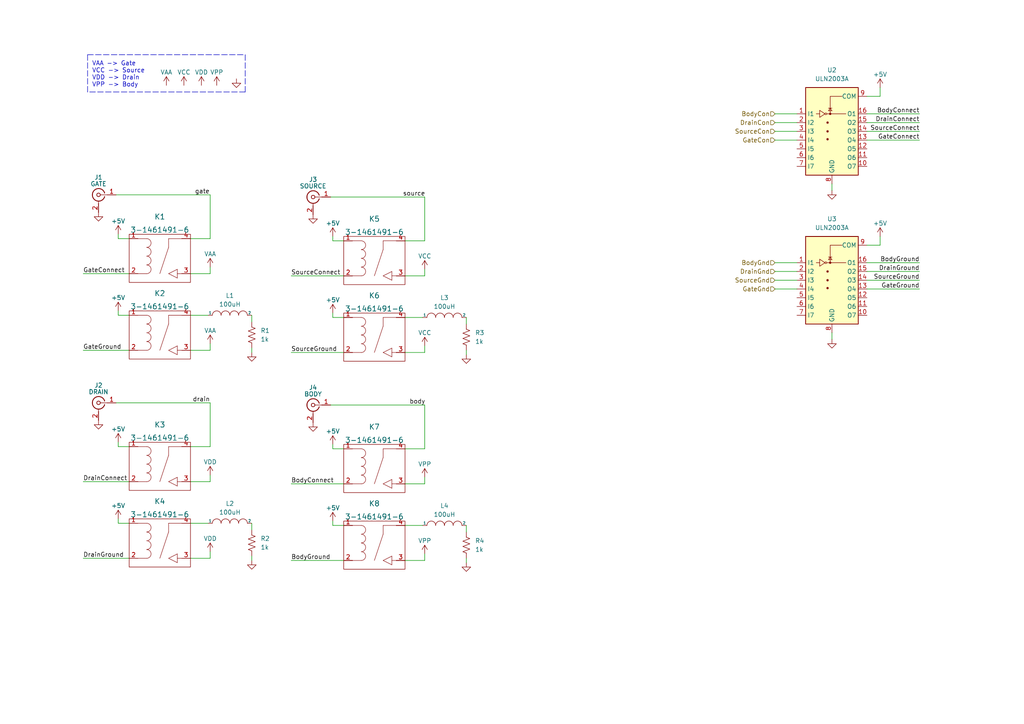
<source format=kicad_sch>
(kicad_sch (version 20211123) (generator eeschema)
  (paper "A4")
  (lib_symbols
    (symbol "Connector:Conn_Coaxial" (pin_names (offset 1.016) hide)
      (property "Reference" "J" (at 0.254 3.048 0))
      (property "Value" "Conn_Coaxial" (at 2.921 0 90))
      (symbol "Conn_Coaxial_0_1"
        (arc (start -1.778 -0.508) (mid 0.222 -1.808) (end 1.778 0) (stroke (width 0.254)))
        (polyline (pts (xy -2.54 0) (xy -0.508 0)))
        (polyline (pts (xy 0 -2.54) (xy 0 -1.778)))
        (circle (center 0 0) (radius 0.508) (stroke (width 0.2032)))
        (arc (start 1.778 0) (mid 0.222 1.8083) (end -1.778 0.508) (stroke (width 0.254)))
      )
      (symbol "Conn_Coaxial_1_1"
        (pin passive line (at -5.08 0 0) (length 2.54) (name "In") (number "1"))
        (pin passive line (at 0 -5.08 90) (length 2.54) (name "Ext") (number "2"))
      )
    )
    (symbol "Device:R_US" (pin_numbers hide) (pin_names (offset 0))
      (property "Reference" "R" (at 2.54 0 90))
      (property "Value" "R_US" (at -2.54 0 90))
      (symbol "R_US_0_1"
        (polyline (pts (xy 0 -2.286) (xy 0 -2.54)))
        (polyline (pts (xy 0 2.286) (xy 0 2.54)))
        (polyline (pts (xy 0 -0.762) (xy 1.016 -1.143) (xy 0 -1.524) (xy -1.016 -1.905) (xy 0 -2.286)))
        (polyline (pts (xy 0 0.762) (xy 1.016 0.381) (xy 0 0) (xy -1.016 -0.381) (xy 0 -0.762)))
        (polyline (pts (xy 0 2.286) (xy 1.016 1.905) (xy 0 1.524) (xy -1.016 1.143) (xy 0 0.762)))
      )
      (symbol "R_US_1_1"
        (pin passive line (at 0 3.81 270) (length 1.27) (name "~") (number "1"))
        (pin passive line (at 0 -3.81 90) (length 1.27) (name "~") (number "2"))
      )
    )
    (symbol "IFS_Wire:3-1461491-6" (pin_names (offset 0))
      (property "Reference" "K" (at 20.32 10.16 0))
      (property "Value" "3-1461491-6" (at 20.32 7.62 0))
      (symbol "3-1461491-6_0_0"
        (pin unspecified line (at 15.24 0 0) (length 2.54) (name "") (number "1"))
        (pin unspecified line (at 15.24 -10.16 0) (length 2.54) (name "") (number "2"))
        (pin unspecified line (at 33.02 -10.16 180) (length 2.54) (name "") (number "3"))
        (pin unspecified line (at 33.02 0 180) (length 2.54) (name "") (number "4"))
      )
      (symbol "3-1461491-6_1_1"
        (polyline (pts (xy 17.78 -10.16) (xy 20.32 -10.16)) (stroke (width 0.127)))
        (polyline (pts (xy 17.78 0) (xy 20.32 0)) (stroke (width 0.127)))
        (polyline (pts (xy 24.13 -10.16) (xy 26.67 -2.54)) (stroke (width 0.127)))
        (polyline (pts (xy 26.67 -10.16) (xy 29.21 -8.89)) (stroke (width 0.127)))
        (polyline (pts (xy 26.67 -2.54) (xy 26.67 0)) (stroke (width 0.127)))
        (polyline (pts (xy 26.67 0) (xy 30.48 0)) (stroke (width 0.127)))
        (polyline (pts (xy 29.21 -11.43) (xy 26.67 -10.16)) (stroke (width 0.127)))
        (polyline (pts (xy 29.21 -8.89) (xy 29.21 -11.43)) (stroke (width 0.127)))
        (polyline (pts (xy 30.48 -10.16) (xy 29.21 -10.16)) (stroke (width 0.127)))
        (rectangle (start 15.24 1.27) (end 33.02 -12.7))
        (arc (start 20.32 -10.16) (mid 21.59 -8.89) (end 20.32 -7.62) (stroke (width 0.127)))
        (arc (start 20.32 -7.62) (mid 21.59 -6.35) (end 20.32 -5.08) (stroke (width 0.127)))
        (arc (start 20.32 -5.08) (mid 21.59 -3.81) (end 20.32 -2.54) (stroke (width 0.127)))
        (arc (start 20.32 -2.54) (mid 21.59 -1.27) (end 20.32 0) (stroke (width 0.127)))
      )
    )
    (symbol "Transistor_Array:ULN2003A"
      (property "Reference" "U" (at 0 15.875 0))
      (property "Value" "ULN2003A" (at 0 13.97 0))
      (symbol "ULN2003A_0_1"
        (rectangle (start -7.62 -12.7) (end 7.62 12.7) (stroke (width 0.254)) (fill (type background)))
        (circle (center -1.778 5.08) (radius 0.254))
        (circle (center -1.27 -2.286) (radius 0.254) (fill (type outline)))
        (circle (center -1.27 0) (radius 0.254) (fill (type outline)))
        (circle (center -1.27 2.54) (radius 0.254) (fill (type outline)))
        (circle (center -0.508 5.08) (radius 0.254) (fill (type outline)))
        (polyline (pts (xy -4.572 5.08) (xy -3.556 5.08)))
        (polyline (pts (xy -1.524 5.08) (xy 4.064 5.08)))
        (polyline (pts (xy 0 6.731) (xy -1.016 6.731)))
        (polyline (pts (xy -0.508 5.08) (xy -0.508 10.16) (xy 2.921 10.16)))
        (polyline (pts (xy -3.556 6.096) (xy -3.556 4.064) (xy -2.032 5.08) (xy -3.556 6.096)))
        (polyline (pts (xy 0 5.969) (xy -1.016 5.969) (xy -0.508 6.731) (xy 0 5.969)))
      )
      (symbol "ULN2003A_1_1"
        (pin input line (at -10.16 5.08 0) (length 2.54) (name "I1") (number "1"))
        (pin open_collector line (at 10.16 -10.16 180) (length 2.54) (name "O7") (number "10"))
        (pin open_collector line (at 10.16 -7.62 180) (length 2.54) (name "O6") (number "11"))
        (pin open_collector line (at 10.16 -5.08 180) (length 2.54) (name "O5") (number "12"))
        (pin open_collector line (at 10.16 -2.54 180) (length 2.54) (name "O4") (number "13"))
        (pin open_collector line (at 10.16 0 180) (length 2.54) (name "O3") (number "14"))
        (pin open_collector line (at 10.16 2.54 180) (length 2.54) (name "O2") (number "15"))
        (pin open_collector line (at 10.16 5.08 180) (length 2.54) (name "O1") (number "16"))
        (pin input line (at -10.16 2.54 0) (length 2.54) (name "I2") (number "2"))
        (pin input line (at -10.16 0 0) (length 2.54) (name "I3") (number "3"))
        (pin input line (at -10.16 -2.54 0) (length 2.54) (name "I4") (number "4"))
        (pin input line (at -10.16 -5.08 0) (length 2.54) (name "I5") (number "5"))
        (pin input line (at -10.16 -7.62 0) (length 2.54) (name "I6") (number "6"))
        (pin input line (at -10.16 -10.16 0) (length 2.54) (name "I7") (number "7"))
        (pin power_in line (at 0 -15.24 90) (length 2.54) (name "GND") (number "8"))
        (pin passive line (at 10.16 10.16 180) (length 2.54) (name "COM") (number "9"))
      )
    )
    (symbol "power:+5V" (power) (pin_names (offset 0))
      (property "Value" "+5V" (at 0 3.556 0))
      (symbol "+5V_0_1"
        (polyline (pts (xy -0.762 1.27) (xy 0 2.54)))
        (polyline (pts (xy 0 0) (xy 0 2.54)))
        (polyline (pts (xy 0 2.54) (xy 0.762 1.27)))
      )
      (symbol "+5V_1_1"
        (pin power_in line (at 0 0 90) (length 0) hide (name "+5V") (number "1"))
      )
    )
    (symbol "power:GND" (power) (pin_names (offset 0))
      (property "Value" "GND" (at 0 -3.81 0))
      (symbol "GND_0_1"
        (polyline (pts (xy 0 0) (xy 0 -1.27) (xy 1.27 -1.27) (xy 0 -2.54) (xy -1.27 -1.27) (xy 0 -1.27)))
      )
      (symbol "GND_1_1"
        (pin power_in line (at 0 0 270) (length 0) hide (name "GND") (number "1"))
      )
    )
    (symbol "power:VAA" (power) (pin_names (offset 0))
      (property "Value" "VAA" (at 0 3.81 0))
      (symbol "VAA_0_1"
        (polyline (pts (xy -0.762 1.27) (xy 0 2.54)))
        (polyline (pts (xy 0 0) (xy 0 2.54)))
        (polyline (pts (xy 0 2.54) (xy 0.762 1.27)))
      )
      (symbol "VAA_1_1"
        (pin power_in line (at 0 0 90) (length 0) hide (name "VAA") (number "1"))
      )
    )
    (symbol "power:VCC" (power) (pin_names (offset 0))
      (property "Value" "VCC" (at 0 3.81 0))
      (symbol "VCC_0_1"
        (polyline (pts (xy -0.762 1.27) (xy 0 2.54)))
        (polyline (pts (xy 0 0) (xy 0 2.54)))
        (polyline (pts (xy 0 2.54) (xy 0.762 1.27)))
      )
      (symbol "VCC_1_1"
        (pin power_in line (at 0 0 90) (length 0) hide (name "VCC") (number "1"))
      )
    )
    (symbol "power:VDD" (power) (pin_names (offset 0))
      (property "Value" "VDD" (at 0 3.81 0))
      (symbol "VDD_0_1"
        (polyline (pts (xy -0.762 1.27) (xy 0 2.54)))
        (polyline (pts (xy 0 0) (xy 0 2.54)))
        (polyline (pts (xy 0 2.54) (xy 0.762 1.27)))
      )
      (symbol "VDD_1_1"
        (pin power_in line (at 0 0 90) (length 0) hide (name "VDD") (number "1"))
      )
    )
    (symbol "power:VPP" (power) (pin_names (offset 0))
      (property "Value" "VPP" (at 0 3.81 0))
      (symbol "VPP_0_1"
        (polyline (pts (xy -0.762 1.27) (xy 0 2.54)))
        (polyline (pts (xy 0 0) (xy 0 2.54)))
        (polyline (pts (xy 0 2.54) (xy 0.762 1.27)))
      )
      (symbol "VPP_1_1"
        (pin power_in line (at 0 0 90) (length 0) hide (name "VPP") (number "1"))
      )
    )
    (symbol "pspice:INDUCTOR" (pin_numbers hide) (pin_names (offset 0))
      (property "Reference" "L" (at 0 2.54 0))
      (property "Value" "INDUCTOR" (at 0 -1.27 0))
      (symbol "INDUCTOR_0_1"
        (arc (start -2.54 0) (mid -3.81 1.27) (end -5.08 0))
        (arc (start 0 0) (mid -1.27 1.27) (end -2.54 0))
        (arc (start 2.54 0) (mid 1.27 1.27) (end 0 0))
        (arc (start 5.08 0) (mid 3.81 1.27) (end 2.54 0))
      )
      (symbol "INDUCTOR_1_1"
        (pin input line (at -6.35 0 0) (length 1.27) (name "1") (number "1"))
        (pin input line (at 6.35 0 180) (length 1.27) (name "2") (number "2"))
      )
    )
  )
  (wire (pts (xy 251.46 27.94) (xy 255.27 27.94)))
  (wire (pts (xy 96.52 130.175) (xy 96.52 128.905)))
  (wire (pts (xy 84.455 162.56) (xy 99.695 162.56)))
  (wire (pts (xy 96.52 130.175) (xy 99.695 130.175)))
  (wire (pts (xy 34.29 129.54) (xy 37.465 129.54)))
  (wire (pts (xy 266.7 78.74) (xy 251.46 78.74)))
  (wire (pts (xy 73.025 91.44) (xy 73.025 93.345)))
  (polyline (pts (xy 25.4 15.875) (xy 71.12 15.875)))
  (wire (pts (xy 60.96 137.795) (xy 60.96 139.7)))
  (wire (pts (xy 34.29 69.215) (xy 34.29 67.945)))
  (wire (pts (xy 224.79 76.2) (xy 231.14 76.2)))
  (wire (pts (xy 96.52 152.4) (xy 99.695 152.4)))
  (wire (pts (xy 96.52 92.075) (xy 96.52 90.805)))
  (wire (pts (xy 135.255 161.925) (xy 135.255 163.195)))
  (wire (pts (xy 55.245 91.44) (xy 60.325 91.44)))
  (wire (pts (xy 123.19 100.33) (xy 123.19 102.235)))
  (wire (pts (xy 224.79 35.56) (xy 231.14 35.56)))
  (wire (pts (xy 224.79 81.28) (xy 231.14 81.28)))
  (wire (pts (xy 33.655 56.515) (xy 60.96 56.515)))
  (wire (pts (xy 251.46 71.12) (xy 255.27 71.12)))
  (wire (pts (xy 84.455 102.235) (xy 99.695 102.235)))
  (wire (pts (xy 123.19 138.43) (xy 123.19 140.335)))
  (wire (pts (xy 60.96 69.215) (xy 55.245 69.215)))
  (wire (pts (xy 241.3 96.52) (xy 241.3 98.425)))
  (wire (pts (xy 96.52 69.85) (xy 96.52 68.58)))
  (wire (pts (xy 224.79 40.64) (xy 231.14 40.64)))
  (wire (pts (xy 55.245 101.6) (xy 60.96 101.6)))
  (wire (pts (xy 95.885 117.475) (xy 123.19 117.475)))
  (wire (pts (xy 34.29 69.215) (xy 37.465 69.215)))
  (wire (pts (xy 123.19 160.655) (xy 123.19 162.56)))
  (wire (pts (xy 24.13 161.925) (xy 37.465 161.925)))
  (wire (pts (xy 135.255 152.4) (xy 135.255 154.305)))
  (wire (pts (xy 266.7 76.2) (xy 251.46 76.2)))
  (wire (pts (xy 34.29 129.54) (xy 34.29 128.27)))
  (wire (pts (xy 241.3 53.34) (xy 241.3 55.245)))
  (wire (pts (xy 224.79 83.82) (xy 231.14 83.82)))
  (wire (pts (xy 73.025 161.29) (xy 73.025 162.56)))
  (wire (pts (xy 73.025 100.965) (xy 73.025 102.235)))
  (wire (pts (xy 117.475 140.335) (xy 123.19 140.335)))
  (polyline (pts (xy 71.12 15.875) (xy 71.12 26.67)))
  (wire (pts (xy 55.245 139.7) (xy 60.96 139.7)))
  (wire (pts (xy 255.27 68.58) (xy 255.27 71.12)))
  (wire (pts (xy 34.29 151.765) (xy 34.29 150.495)))
  (wire (pts (xy 224.79 33.02) (xy 231.14 33.02)))
  (wire (pts (xy 251.46 38.1) (xy 266.7 38.1)))
  (wire (pts (xy 123.19 57.15) (xy 123.19 69.85)))
  (polyline (pts (xy 25.4 15.875) (xy 25.4 26.67)))
  (wire (pts (xy 224.79 38.1) (xy 231.14 38.1)))
  (wire (pts (xy 123.19 69.85) (xy 117.475 69.85)))
  (wire (pts (xy 266.7 33.02) (xy 251.46 33.02)))
  (wire (pts (xy 255.27 25.4) (xy 255.27 27.94)))
  (wire (pts (xy 34.29 91.44) (xy 34.29 90.17)))
  (wire (pts (xy 96.52 69.85) (xy 99.695 69.85)))
  (wire (pts (xy 96.52 152.4) (xy 96.52 151.13)))
  (polyline (pts (xy 71.12 26.67) (xy 25.4 26.67)))
  (wire (pts (xy 266.7 35.56) (xy 251.46 35.56)))
  (wire (pts (xy 84.455 80.01) (xy 99.695 80.01)))
  (wire (pts (xy 117.475 92.075) (xy 122.555 92.075)))
  (wire (pts (xy 117.475 80.01) (xy 123.19 80.01)))
  (wire (pts (xy 135.255 101.6) (xy 135.255 102.87)))
  (wire (pts (xy 24.13 101.6) (xy 37.465 101.6)))
  (wire (pts (xy 60.96 116.84) (xy 60.96 129.54)))
  (wire (pts (xy 224.79 78.74) (xy 231.14 78.74)))
  (wire (pts (xy 60.96 160.02) (xy 60.96 161.925)))
  (wire (pts (xy 24.13 139.7) (xy 37.465 139.7)))
  (wire (pts (xy 60.96 77.47) (xy 60.96 79.375)))
  (wire (pts (xy 123.19 130.175) (xy 117.475 130.175)))
  (wire (pts (xy 55.245 161.925) (xy 60.96 161.925)))
  (wire (pts (xy 123.19 117.475) (xy 123.19 130.175)))
  (wire (pts (xy 73.025 151.765) (xy 73.025 153.67)))
  (wire (pts (xy 55.245 151.765) (xy 60.325 151.765)))
  (wire (pts (xy 251.46 83.82) (xy 266.7 83.82)))
  (wire (pts (xy 60.96 99.695) (xy 60.96 101.6)))
  (wire (pts (xy 84.455 140.335) (xy 99.695 140.335)))
  (wire (pts (xy 60.96 56.515) (xy 60.96 69.215)))
  (wire (pts (xy 55.245 79.375) (xy 60.96 79.375)))
  (wire (pts (xy 24.13 79.375) (xy 37.465 79.375)))
  (wire (pts (xy 60.96 129.54) (xy 55.245 129.54)))
  (wire (pts (xy 96.52 92.075) (xy 99.695 92.075)))
  (wire (pts (xy 34.29 151.765) (xy 37.465 151.765)))
  (wire (pts (xy 266.7 40.64) (xy 251.46 40.64)))
  (wire (pts (xy 34.29 91.44) (xy 37.465 91.44)))
  (wire (pts (xy 33.655 116.84) (xy 60.96 116.84)))
  (wire (pts (xy 117.475 152.4) (xy 122.555 152.4)))
  (wire (pts (xy 251.46 81.28) (xy 266.7 81.28)))
  (wire (pts (xy 123.19 78.105) (xy 123.19 80.01)))
  (wire (pts (xy 95.885 57.15) (xy 123.19 57.15)))
  (wire (pts (xy 135.255 92.075) (xy 135.255 93.98)))
  (wire (pts (xy 117.475 102.235) (xy 123.19 102.235)))
  (wire (pts (xy 117.475 162.56) (xy 123.19 162.56)))
  (text "VAA -> Gate\nVCC -> Source\nVDD -> Drain\nVPP -> Body" (at 26.67 25.4 0) (effects (font (size 1.27 1.27)) (justify left bottom)))
  (label "GateConnect" (at 24.13 79.375 0))
  (label "GateConnect" (at 266.7 40.64 180))
  (label "GateGround" (at 24.13 101.6 0))
  (label "SourceGround" (at 84.455 102.235 0))
  (label "DrainGround" (at 24.13 161.925 0))
  (label "DrainConnect" (at 266.7 35.56 180))
  (label "BodyGround" (at 266.7 76.2 180))
  (label "SourceConnect" (at 84.455 80.01 0))
  (label "SourceGround" (at 266.7 81.28 180))
  (label "BodyConnect" (at 84.455 140.335 0))
  (label "BodyConnect" (at 266.7 33.02 180))
  (label "DrainGround" (at 266.7 78.74 180))
  (label "drain" (at 55.88 116.84 0))
  (label "gate" (at 56.515 56.515 0))
  (label "DrainConnect" (at 24.13 139.7 0))
  (label "BodyGround" (at 84.455 162.56 0))
  (label "SourceConnect" (at 266.7 38.1 180))
  (label "GateGround" (at 266.7 83.82 180))
  (label "body" (at 118.745 117.475 0))
  (label "source" (at 116.84 57.15 0))
  (hierarchical_label "SourceGnd" (shape input) (at 224.79 81.28 180))
  (hierarchical_label "GateCon" (shape input) (at 224.79 40.64 180))
  (hierarchical_label "BodyGnd" (shape input) (at 224.79 76.2 180))
  (hierarchical_label "DrainGnd" (shape input) (at 224.79 78.74 180))
  (hierarchical_label "GateGnd" (shape input) (at 224.79 83.82 180))
  (hierarchical_label "BodyCon" (shape input) (at 224.79 33.02 180))
  (hierarchical_label "SourceCon" (shape input) (at 224.79 38.1 180))
  (hierarchical_label "DrainCon" (shape input) (at 224.79 35.56 180))
  (symbol (lib_id "power:GND") (at 90.805 62.23 0) (unit 1)
    (property "Reference" "#PWR0103" (effects hide))
    (property "Value" "GND" (effects hide))
  )
  (symbol (lib_id "pspice:INDUCTOR") (at 66.675 151.765 0) (unit 1)
    (property "Reference" "L2" (at 66.675 146.05 0))
    (property "Value" "100uH" (at 66.675 148.59 0))
    (property "Footprint" "Inductor_SMD:L_1210_3225Metric_Pad1.42x2.65mm_HandSolder" (effects hide))
  )
  (symbol (lib_id "Connector:Conn_Coaxial") (at 90.805 57.15 0) (mirror y) (unit 1)
    (property "Reference" "J3" (at 90.805 52.07 0))
    (property "Value" "SOURCE" (at 90.805 53.975 0))
    (property "Footprint" "Connector_Coaxial:BNC_TEConnectivity_1478204_Vertical" (effects hide))
    (property "Datasheet" " ~" (effects hide))
  )
  (symbol (lib_id "power:+5V") (at 34.29 128.27 0) (unit 1)
    (property "Reference" "#PWR0107" (effects hide))
    (property "Value" "+5V" (at 34.29 124.46 0))
  )
  (symbol (lib_id "power:+5V") (at 96.52 128.905 0) (unit 1)
    (property "Reference" "#PWR0126" (effects hide))
    (property "Value" "+5V" (at 96.52 125.095 0))
  )
  (symbol (lib_id "pspice:INDUCTOR") (at 128.905 92.075 0) (unit 1)
    (property "Reference" "L3" (at 128.905 86.36 0))
    (property "Value" "100uH" (at 128.905 88.9 0))
    (property "Footprint" "Inductor_SMD:L_1210_3225Metric_Pad1.42x2.65mm_HandSolder" (effects hide))
  )
  (symbol (lib_id "Transistor_Array:ULN2003A") (at 241.3 38.1 0) (unit 1)
    (property "Reference" "U2" (at 241.3 20.32 0))
    (property "Value" "ULN2003A" (at 241.3 22.86 0))
    (property "Footprint" "Package_SO:SOIC-16_3.9x9.9mm_P1.27mm" (effects hide))
    (property "Datasheet" "http://www.ti.com/lit/ds/symlink/uln2003a.pdf" (effects hide))
  )
  (symbol (lib_id "power:GND") (at 28.575 61.595 0) (unit 1)
    (property "Reference" "#PWR0115" (effects hide))
    (property "Value" "GND" (effects hide))
  )
  (symbol (lib_id "IFS_Wire:3-1461491-6") (at 84.455 152.4 0) (unit 1)
    (property "Reference" "K8" (at 108.585 146.05 0) (effects (font (size 1.524 1.524))))
    (property "Value" "3-1461491-6" (at 108.585 149.86 0) (effects (font (size 1.524 1.524))))
    (property "Footprint" "IFS-Library:3-1461491-6" (effects hide))
  )
  (symbol (lib_id "IFS_Wire:3-1461491-6") (at 22.225 129.54 0) (unit 1)
    (property "Reference" "K3" (at 46.355 123.19 0) (effects (font (size 1.524 1.524))))
    (property "Value" "3-1461491-6" (at 46.355 127 0) (effects (font (size 1.524 1.524))))
    (property "Footprint" "IFS-Library:3-1461491-6" (effects hide))
  )
  (symbol (lib_id "Transistor_Array:ULN2003A") (at 241.3 81.28 0) (unit 1)
    (property "Reference" "U3" (at 241.3 63.5 0))
    (property "Value" "ULN2003A" (at 241.3 66.04 0))
    (property "Footprint" "Package_SO:SOIC-16_3.9x9.9mm_P1.27mm" (effects hide))
    (property "Datasheet" "http://www.ti.com/lit/ds/symlink/uln2003a.pdf" (effects hide))
  )
  (symbol (lib_id "power:VCC") (at 123.19 78.105 0) (unit 1)
    (property "Reference" "#PWR0106" (effects hide))
    (property "Value" "VCC" (at 123.19 74.295 0))
  )
  (symbol (lib_id "power:+5V") (at 255.27 68.58 0) (unit 1)
    (property "Reference" "#PWR0132" (effects hide))
    (property "Value" "+5V" (at 255.27 64.77 0))
  )
  (symbol (lib_id "pspice:INDUCTOR") (at 128.905 152.4 0) (unit 1)
    (property "Reference" "L4" (at 128.905 146.685 0))
    (property "Value" "100uH" (at 128.905 149.225 0))
    (property "Footprint" "Inductor_SMD:L_1210_3225Metric_Pad1.42x2.65mm_HandSolder" (effects hide))
  )
  (symbol (lib_id "IFS_Wire:3-1461491-6") (at 84.455 92.075 0) (unit 1)
    (property "Reference" "K6" (at 108.585 85.725 0) (effects (font (size 1.524 1.524))))
    (property "Value" "3-1461491-6" (at 108.585 89.535 0) (effects (font (size 1.524 1.524))))
    (property "Footprint" "IFS-Library:3-1461491-6" (effects hide))
  )
  (symbol (lib_id "pspice:INDUCTOR") (at 66.675 91.44 0) (unit 1)
    (property "Reference" "L1" (at 66.675 85.725 0))
    (property "Value" "100uH" (at 66.675 88.265 0))
    (property "Footprint" "Inductor_SMD:L_1210_3225Metric_Pad1.42x2.65mm_HandSolder" (effects hide))
  )
  (symbol (lib_id "power:GND") (at 73.025 102.235 0) (unit 1)
    (property "Reference" "#PWR0109" (effects hide))
    (property "Value" "GND" (effects hide))
  )
  (symbol (lib_id "Device:R_US") (at 135.255 158.115 180) (unit 1)
    (property "Reference" "R4" (at 137.795 156.8449 0) (effects (justify right)))
    (property "Value" "1k" (at 137.795 159.3849 0) (effects (justify right)))
    (property "Footprint" "Resistor_SMD:R_0805_2012Metric_Pad1.20x1.40mm_HandSolder" (effects hide))
  )
  (symbol (lib_id "power:VAA") (at 60.96 99.695 0) (unit 1)
    (property "Reference" "#PWR0112" (effects hide))
    (property "Value" "VAA" (at 60.96 95.885 0))
  )
  (symbol (lib_id "IFS_Wire:3-1461491-6") (at 22.225 91.44 0) (unit 1)
    (property "Reference" "K2" (at 46.355 85.09 0) (effects (font (size 1.524 1.524))))
    (property "Value" "3-1461491-6" (at 46.355 88.9 0) (effects (font (size 1.524 1.524))))
    (property "Footprint" "IFS-Library:3-1461491-6" (effects hide))
  )
  (symbol (lib_id "power:VPP") (at 62.865 24.765 0) (unit 1)
    (property "Reference" "#PWR0121" (effects hide))
    (property "Value" "VPP" (at 62.865 20.955 0))
  )
  (symbol (lib_id "power:VCC") (at 53.34 24.765 0) (unit 1)
    (property "Reference" "#PWR0120" (effects hide))
    (property "Value" "VCC" (at 53.34 20.955 0))
  )
  (symbol (lib_id "power:VAA") (at 48.26 24.765 0) (unit 1)
    (property "Reference" "#PWR0118" (effects hide))
    (property "Value" "VAA" (at 48.26 20.955 0))
  )
  (symbol (lib_id "Connector:Conn_Coaxial") (at 28.575 56.515 0) (mirror y) (unit 1)
    (property "Reference" "J1" (at 28.575 51.435 0))
    (property "Value" "GATE" (at 28.575 53.34 0))
    (property "Footprint" "Connector_Coaxial:BNC_TEConnectivity_1478204_Vertical" (effects hide))
    (property "Datasheet" " ~" (effects hide))
  )
  (symbol (lib_id "Connector:Conn_Coaxial") (at 28.575 116.84 0) (mirror y) (unit 1)
    (property "Reference" "J2" (at 28.575 111.76 0))
    (property "Value" "DRAIN" (at 28.575 113.665 0))
    (property "Footprint" "Connector_Coaxial:BNC_TEConnectivity_1478204_Vertical" (effects hide))
    (property "Datasheet" " ~" (effects hide))
  )
  (symbol (lib_id "Device:R_US") (at 73.025 157.48 180) (unit 1)
    (property "Reference" "R2" (at 75.565 156.2099 0) (effects (justify right)))
    (property "Value" "1k" (at 75.565 158.7499 0) (effects (justify right)))
    (property "Footprint" "Resistor_SMD:R_0805_2012Metric_Pad1.20x1.40mm_HandSolder" (effects hide))
  )
  (symbol (lib_id "power:GND") (at 241.3 55.245 0) (unit 1)
    (property "Reference" "#PWR0131" (effects hide))
    (property "Value" "GND" (effects hide))
  )
  (symbol (lib_id "power:+5V") (at 34.29 90.17 0) (unit 1)
    (property "Reference" "#PWR0122" (effects hide))
    (property "Value" "+5V" (at 34.29 86.36 0))
  )
  (symbol (lib_id "power:+5V") (at 34.29 150.495 0) (unit 1)
    (property "Reference" "#PWR0108" (effects hide))
    (property "Value" "+5V" (at 34.29 146.685 0))
  )
  (symbol (lib_id "power:VCC") (at 123.19 100.33 0) (unit 1)
    (property "Reference" "#PWR0102" (effects hide))
    (property "Value" "VCC" (at 123.19 96.52 0))
  )
  (symbol (lib_id "power:GND") (at 135.255 163.195 0) (unit 1)
    (property "Reference" "#PWR0124" (effects hide))
    (property "Value" "GND" (effects hide))
  )
  (symbol (lib_id "power:GND") (at 28.575 121.92 0) (unit 1)
    (property "Reference" "#PWR0113" (effects hide))
    (property "Value" "GND" (effects hide))
  )
  (symbol (lib_id "power:VAA") (at 60.96 77.47 0) (unit 1)
    (property "Reference" "#PWR0123" (effects hide))
    (property "Value" "VAA" (at 60.96 73.66 0))
  )
  (symbol (lib_id "power:GND") (at 90.805 122.555 0) (unit 1)
    (property "Reference" "#PWR0125" (effects hide))
    (property "Value" "GND" (effects hide))
  )
  (symbol (lib_id "Connector:Conn_Coaxial") (at 90.805 117.475 0) (mirror y) (unit 1)
    (property "Reference" "J4" (at 90.805 112.395 0))
    (property "Value" "BODY" (at 90.805 114.3 0))
    (property "Footprint" "Connector_Coaxial:BNC_TEConnectivity_1478204_Vertical" (effects hide))
    (property "Datasheet" " ~" (effects hide))
  )
  (symbol (lib_id "power:GND") (at 241.3 98.425 0) (unit 1)
    (property "Reference" "#PWR0134" (effects hide))
    (property "Value" "GND" (effects hide))
  )
  (symbol (lib_id "power:VDD") (at 60.96 137.795 0) (unit 1)
    (property "Reference" "#PWR0114" (effects hide))
    (property "Value" "VDD" (at 60.96 133.985 0))
  )
  (symbol (lib_id "power:GND") (at 135.255 102.87 0) (unit 1)
    (property "Reference" "#PWR0128" (effects hide))
    (property "Value" "GND" (effects hide))
  )
  (symbol (lib_id "Device:R_US") (at 73.025 97.155 180) (unit 1)
    (property "Reference" "R1" (at 75.565 95.8849 0) (effects (justify right)))
    (property "Value" "1k" (at 75.565 98.4249 0) (effects (justify right)))
    (property "Footprint" "Resistor_SMD:R_0805_2012Metric_Pad1.20x1.40mm_HandSolder" (effects hide))
  )
  (symbol (lib_id "power:VDD") (at 60.96 160.02 0) (unit 1)
    (property "Reference" "#PWR0111" (effects hide))
    (property "Value" "VDD" (at 60.96 156.21 0))
  )
  (symbol (lib_id "power:+5V") (at 96.52 151.13 0) (unit 1)
    (property "Reference" "#PWR0127" (effects hide))
    (property "Value" "+5V" (at 96.52 147.32 0))
  )
  (symbol (lib_id "power:+5V") (at 96.52 90.805 0) (unit 1)
    (property "Reference" "#PWR0105" (effects hide))
    (property "Value" "+5V" (at 96.52 86.995 0))
  )
  (symbol (lib_id "power:+5V") (at 96.52 68.58 0) (unit 1)
    (property "Reference" "#PWR0104" (effects hide))
    (property "Value" "+5V" (at 96.52 64.77 0))
  )
  (symbol (lib_id "power:+5V") (at 34.29 67.945 0) (unit 1)
    (property "Reference" "#PWR0116" (effects hide))
    (property "Value" "+5V" (at 34.29 64.135 0))
  )
  (symbol (lib_id "IFS_Wire:3-1461491-6") (at 84.455 130.175 0) (unit 1)
    (property "Reference" "K7" (at 108.585 123.825 0) (effects (font (size 1.524 1.524))))
    (property "Value" "3-1461491-6" (at 108.585 127.635 0) (effects (font (size 1.524 1.524))))
    (property "Footprint" "IFS-Library:3-1461491-6" (effects hide))
  )
  (symbol (lib_id "IFS_Wire:3-1461491-6") (at 22.225 69.215 0) (unit 1)
    (property "Reference" "K1" (at 46.355 62.865 0) (effects (font (size 1.524 1.524))))
    (property "Value" "3-1461491-6" (at 46.355 66.675 0) (effects (font (size 1.524 1.524))))
    (property "Footprint" "IFS-Library:3-1461491-6" (effects hide))
  )
  (symbol (lib_id "power:+5V") (at 255.27 25.4 0) (unit 1)
    (property "Reference" "#PWR0133" (effects hide))
    (property "Value" "+5V" (at 255.27 21.59 0))
  )
  (symbol (lib_id "power:VDD") (at 58.42 24.765 0) (unit 1)
    (property "Reference" "#PWR0117" (effects hide))
    (property "Value" "VDD" (at 58.42 20.955 0))
  )
  (symbol (lib_id "Device:R_US") (at 135.255 97.79 180) (unit 1)
    (property "Reference" "R3" (at 137.795 96.5199 0) (effects (justify right)))
    (property "Value" "1k" (at 137.795 99.0599 0) (effects (justify right)))
    (property "Footprint" "Resistor_SMD:R_0805_2012Metric_Pad1.20x1.40mm_HandSolder" (effects hide))
  )
  (symbol (lib_id "power:VPP") (at 123.19 160.655 0) (unit 1)
    (property "Reference" "#PWR0130" (effects hide))
    (property "Value" "VPP" (at 123.19 156.845 0))
  )
  (symbol (lib_id "power:GND") (at 68.58 22.86 0) (unit 1)
    (property "Reference" "#PWR0119" (effects hide))
    (property "Value" "GND" (effects hide))
  )
  (symbol (lib_id "IFS_Wire:3-1461491-6") (at 84.455 69.85 0) (unit 1)
    (property "Reference" "K5" (at 108.585 63.5 0) (effects (font (size 1.524 1.524))))
    (property "Value" "3-1461491-6" (at 108.585 67.31 0) (effects (font (size 1.524 1.524))))
    (property "Footprint" "IFS-Library:3-1461491-6" (effects hide))
  )
  (symbol (lib_id "IFS_Wire:3-1461491-6") (at 22.225 151.765 0) (unit 1)
    (property "Reference" "K4" (at 46.355 145.415 0) (effects (font (size 1.524 1.524))))
    (property "Value" "3-1461491-6" (at 46.355 149.225 0) (effects (font (size 1.524 1.524))))
    (property "Footprint" "IFS-Library:3-1461491-6" (effects hide))
  )
  (symbol (lib_id "power:GND") (at 73.025 162.56 0) (unit 1)
    (property "Reference" "#PWR0110" (effects hide))
    (property "Value" "GND" (effects hide))
  )
  (symbol (lib_id "power:VPP") (at 123.19 138.43 0) (unit 1)
    (property "Reference" "#PWR0129" (effects hide))
    (property "Value" "VPP" (at 123.19 134.62 0))
  )
)
</source>
